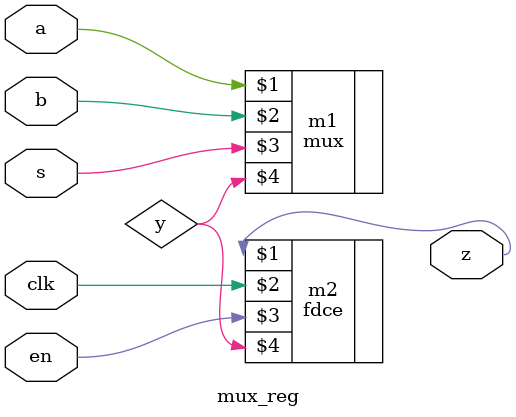
<source format=v>
`timescale 1ns / 1ps
module mux_reg(clk,a,b,s,en,z);
input clk,a,b,s,en;
output z;
wire y;
mux m1(a,b,s,y);
fdce m2(z,clk,en,y);
endmodule

</source>
